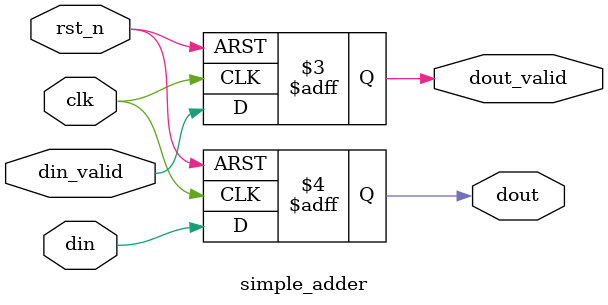
<source format=v>
module  simple_adder  #(
  parameter WIDTH = 1
) (
   input  wire              clk
  ,input  wire              rst_n

  ,input  wire              din_valid
  ,input  wire  [WIDTH-1:0] din

  ,output reg               dout_valid
  ,output reg   [WIDTH-1:0] dout

);

  always@(posedge clk,  negedge rst_n)
  begin
    if(~rst_n)
    begin
      dout_valid    <=  1'b0;
      dout          <=  {WIDTH{1'b0}};
    end
    else
    begin
      dout_valid    <=  din_valid;
      dout          <=  din;
    end
  end

endmodule //simple_adder

</source>
